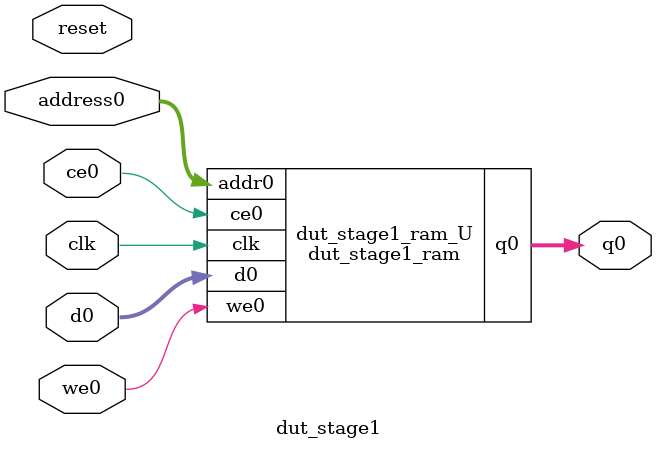
<source format=v>

`timescale 1 ns / 1 ps
module dut_stage1_ram (addr0, ce0, d0, we0, q0,  clk);

parameter DWIDTH = 32;
parameter AWIDTH = 13;
parameter MEM_SIZE = 6321;

input[AWIDTH-1:0] addr0;
input ce0;
input[DWIDTH-1:0] d0;
input we0;
output reg[DWIDTH-1:0] q0;
input clk;

(* ram_style = "block" *)reg [DWIDTH-1:0] ram[MEM_SIZE-1:0];




always @(posedge clk)  
begin 
    if (ce0) 
    begin
        if (we0) 
        begin 
            ram[addr0] <= d0; 
            q0 <= d0;
        end 
        else 
            q0 <= ram[addr0];
    end
end


endmodule


`timescale 1 ns / 1 ps
module dut_stage1(
    reset,
    clk,
    address0,
    ce0,
    we0,
    d0,
    q0);

parameter DataWidth = 32'd32;
parameter AddressRange = 32'd6321;
parameter AddressWidth = 32'd13;
input reset;
input clk;
input[AddressWidth - 1:0] address0;
input ce0;
input we0;
input[DataWidth - 1:0] d0;
output[DataWidth - 1:0] q0;



dut_stage1_ram dut_stage1_ram_U(
    .clk( clk ),
    .addr0( address0 ),
    .ce0( ce0 ),
    .d0( d0 ),
    .we0( we0 ),
    .q0( q0 ));

endmodule


</source>
